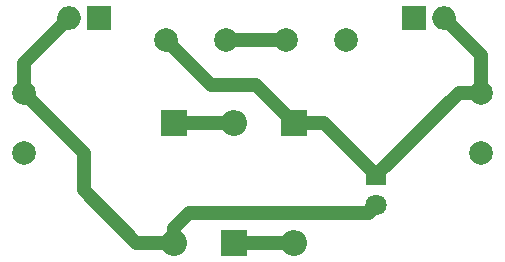
<source format=gbr>
G04 #@! TF.FileFunction,Copper,L1,Top,Signal*
%FSLAX46Y46*%
G04 Gerber Fmt 4.6, Leading zero omitted, Abs format (unit mm)*
G04 Created by KiCad (PCBNEW 4.0.0-rc1-stable) date 17/09/2017 11:41:04*
%MOMM*%
G01*
G04 APERTURE LIST*
%ADD10C,0.076200*%
%ADD11R,2.200000X2.200000*%
%ADD12O,2.200000X2.200000*%
%ADD13R,1.800000X1.800000*%
%ADD14C,1.800000*%
%ADD15C,2.000000*%
%ADD16O,1.998980X1.998980*%
%ADD17R,1.998980X1.998980*%
%ADD18C,1.219200*%
G04 APERTURE END LIST*
D10*
D11*
X149225000Y-107950000D03*
D12*
X149225000Y-118110000D03*
D13*
X166370000Y-112395000D03*
D14*
X166370000Y-114935000D03*
D11*
X154305000Y-118110000D03*
D12*
X154305000Y-107950000D03*
D11*
X159385000Y-107950000D03*
D12*
X159385000Y-118110000D03*
D15*
X136525000Y-105410000D03*
X136525000Y-110490000D03*
X175260000Y-110490000D03*
X175260000Y-105410000D03*
X153670000Y-100965000D03*
X148590000Y-100965000D03*
X163830000Y-100965000D03*
X158750000Y-100965000D03*
D16*
X172085000Y-99060000D03*
D17*
X169545000Y-99060000D03*
D16*
X140335000Y-99060000D03*
D17*
X142875000Y-99060000D03*
D18*
X149225000Y-107950000D02*
X154305000Y-107950000D01*
X154305000Y-118110000D02*
X159385000Y-118110000D01*
X149225000Y-118110000D02*
X149225000Y-116840000D01*
X150495000Y-115570000D02*
X165735000Y-115570000D01*
X149225000Y-116840000D02*
X150495000Y-115570000D01*
X165735000Y-115570000D02*
X166370000Y-114935000D01*
X136525000Y-105410000D02*
X141605000Y-110490000D01*
X146050000Y-118110000D02*
X149225000Y-118110000D01*
X141605000Y-113665000D02*
X146050000Y-118110000D01*
X141605000Y-110490000D02*
X141605000Y-113665000D01*
X140335000Y-99060000D02*
X136525000Y-102870000D01*
X136525000Y-102870000D02*
X136525000Y-105410000D01*
X175260000Y-105410000D02*
X175260000Y-102235000D01*
X175260000Y-102235000D02*
X172085000Y-99060000D01*
X166370000Y-112395000D02*
X173355000Y-105410000D01*
X173355000Y-105410000D02*
X175260000Y-105410000D01*
X159385000Y-107950000D02*
X156210000Y-104775000D01*
X152400000Y-104775000D02*
X148590000Y-100965000D01*
X156210000Y-104775000D02*
X152400000Y-104775000D01*
X159385000Y-107950000D02*
X161925000Y-107950000D01*
X161925000Y-107950000D02*
X166370000Y-112395000D01*
X153670000Y-100965000D02*
X158750000Y-100965000D01*
M02*

</source>
